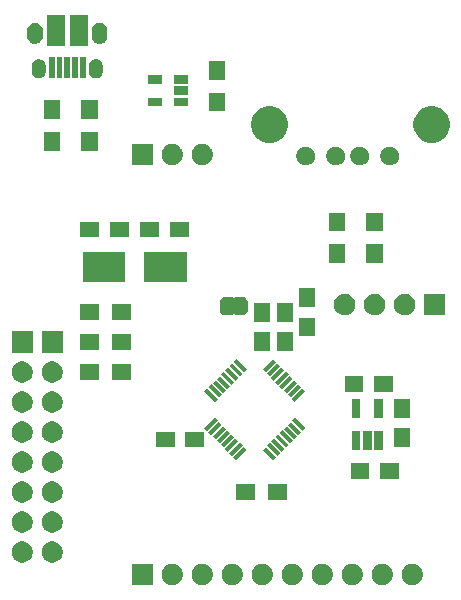
<source format=gts>
G04 #@! TF.GenerationSoftware,KiCad,Pcbnew,5.1.5*
G04 #@! TF.CreationDate,2020-02-24T18:37:19+03:00*
G04 #@! TF.ProjectId,max3421eboard,6d617833-3432-4316-9562-6f6172642e6b,rev?*
G04 #@! TF.SameCoordinates,PXf42400PY2bde780*
G04 #@! TF.FileFunction,Soldermask,Top*
G04 #@! TF.FilePolarity,Negative*
%FSLAX46Y46*%
G04 Gerber Fmt 4.6, Leading zero omitted, Abs format (unit mm)*
G04 Created by KiCad (PCBNEW 5.1.5) date 2020-02-24 18:37:19*
%MOMM*%
%LPD*%
G04 APERTURE LIST*
%ADD10C,0.100000*%
G04 APERTURE END LIST*
D10*
G36*
X21697000Y-25517000D02*
G01*
X20427000Y-25517000D01*
X20427000Y-24247000D01*
X21697000Y-24247000D01*
X21697000Y-25517000D01*
G37*
X21697000Y-25517000D02*
X20427000Y-25517000D01*
X20427000Y-24247000D01*
X21697000Y-24247000D01*
X21697000Y-25517000D01*
G36*
X14215000Y-48515000D02*
G01*
X12415000Y-48515000D01*
X12415000Y-46715000D01*
X14215000Y-46715000D01*
X14215000Y-48515000D01*
G37*
G36*
X33897523Y-46749586D02*
G01*
X34061308Y-46817429D01*
X34061310Y-46817430D01*
X34208717Y-46915924D01*
X34334076Y-47041283D01*
X34334078Y-47041286D01*
X34432571Y-47188692D01*
X34500414Y-47352477D01*
X34535000Y-47526358D01*
X34535000Y-47703642D01*
X34500414Y-47877523D01*
X34432571Y-48041308D01*
X34432570Y-48041310D01*
X34334076Y-48188717D01*
X34208717Y-48314076D01*
X34061310Y-48412570D01*
X34061309Y-48412571D01*
X34061308Y-48412571D01*
X33897523Y-48480414D01*
X33723642Y-48515000D01*
X33546358Y-48515000D01*
X33372477Y-48480414D01*
X33208692Y-48412571D01*
X33208691Y-48412571D01*
X33208690Y-48412570D01*
X33061283Y-48314076D01*
X32935924Y-48188717D01*
X32837430Y-48041310D01*
X32837429Y-48041308D01*
X32769586Y-47877523D01*
X32735000Y-47703642D01*
X32735000Y-47526358D01*
X32769586Y-47352477D01*
X32837429Y-47188692D01*
X32935922Y-47041286D01*
X32935924Y-47041283D01*
X33061283Y-46915924D01*
X33208690Y-46817430D01*
X33208692Y-46817429D01*
X33372477Y-46749586D01*
X33546358Y-46715000D01*
X33723642Y-46715000D01*
X33897523Y-46749586D01*
G37*
G36*
X36437523Y-46749586D02*
G01*
X36601308Y-46817429D01*
X36601310Y-46817430D01*
X36748717Y-46915924D01*
X36874076Y-47041283D01*
X36874078Y-47041286D01*
X36972571Y-47188692D01*
X37040414Y-47352477D01*
X37075000Y-47526358D01*
X37075000Y-47703642D01*
X37040414Y-47877523D01*
X36972571Y-48041308D01*
X36972570Y-48041310D01*
X36874076Y-48188717D01*
X36748717Y-48314076D01*
X36601310Y-48412570D01*
X36601309Y-48412571D01*
X36601308Y-48412571D01*
X36437523Y-48480414D01*
X36263642Y-48515000D01*
X36086358Y-48515000D01*
X35912477Y-48480414D01*
X35748692Y-48412571D01*
X35748691Y-48412571D01*
X35748690Y-48412570D01*
X35601283Y-48314076D01*
X35475924Y-48188717D01*
X35377430Y-48041310D01*
X35377429Y-48041308D01*
X35309586Y-47877523D01*
X35275000Y-47703642D01*
X35275000Y-47526358D01*
X35309586Y-47352477D01*
X35377429Y-47188692D01*
X35475922Y-47041286D01*
X35475924Y-47041283D01*
X35601283Y-46915924D01*
X35748690Y-46817430D01*
X35748692Y-46817429D01*
X35912477Y-46749586D01*
X36086358Y-46715000D01*
X36263642Y-46715000D01*
X36437523Y-46749586D01*
G37*
G36*
X31357523Y-46749586D02*
G01*
X31521308Y-46817429D01*
X31521310Y-46817430D01*
X31668717Y-46915924D01*
X31794076Y-47041283D01*
X31794078Y-47041286D01*
X31892571Y-47188692D01*
X31960414Y-47352477D01*
X31995000Y-47526358D01*
X31995000Y-47703642D01*
X31960414Y-47877523D01*
X31892571Y-48041308D01*
X31892570Y-48041310D01*
X31794076Y-48188717D01*
X31668717Y-48314076D01*
X31521310Y-48412570D01*
X31521309Y-48412571D01*
X31521308Y-48412571D01*
X31357523Y-48480414D01*
X31183642Y-48515000D01*
X31006358Y-48515000D01*
X30832477Y-48480414D01*
X30668692Y-48412571D01*
X30668691Y-48412571D01*
X30668690Y-48412570D01*
X30521283Y-48314076D01*
X30395924Y-48188717D01*
X30297430Y-48041310D01*
X30297429Y-48041308D01*
X30229586Y-47877523D01*
X30195000Y-47703642D01*
X30195000Y-47526358D01*
X30229586Y-47352477D01*
X30297429Y-47188692D01*
X30395922Y-47041286D01*
X30395924Y-47041283D01*
X30521283Y-46915924D01*
X30668690Y-46817430D01*
X30668692Y-46817429D01*
X30832477Y-46749586D01*
X31006358Y-46715000D01*
X31183642Y-46715000D01*
X31357523Y-46749586D01*
G37*
G36*
X28817523Y-46749586D02*
G01*
X28981308Y-46817429D01*
X28981310Y-46817430D01*
X29128717Y-46915924D01*
X29254076Y-47041283D01*
X29254078Y-47041286D01*
X29352571Y-47188692D01*
X29420414Y-47352477D01*
X29455000Y-47526358D01*
X29455000Y-47703642D01*
X29420414Y-47877523D01*
X29352571Y-48041308D01*
X29352570Y-48041310D01*
X29254076Y-48188717D01*
X29128717Y-48314076D01*
X28981310Y-48412570D01*
X28981309Y-48412571D01*
X28981308Y-48412571D01*
X28817523Y-48480414D01*
X28643642Y-48515000D01*
X28466358Y-48515000D01*
X28292477Y-48480414D01*
X28128692Y-48412571D01*
X28128691Y-48412571D01*
X28128690Y-48412570D01*
X27981283Y-48314076D01*
X27855924Y-48188717D01*
X27757430Y-48041310D01*
X27757429Y-48041308D01*
X27689586Y-47877523D01*
X27655000Y-47703642D01*
X27655000Y-47526358D01*
X27689586Y-47352477D01*
X27757429Y-47188692D01*
X27855922Y-47041286D01*
X27855924Y-47041283D01*
X27981283Y-46915924D01*
X28128690Y-46817430D01*
X28128692Y-46817429D01*
X28292477Y-46749586D01*
X28466358Y-46715000D01*
X28643642Y-46715000D01*
X28817523Y-46749586D01*
G37*
G36*
X26277523Y-46749586D02*
G01*
X26441308Y-46817429D01*
X26441310Y-46817430D01*
X26588717Y-46915924D01*
X26714076Y-47041283D01*
X26714078Y-47041286D01*
X26812571Y-47188692D01*
X26880414Y-47352477D01*
X26915000Y-47526358D01*
X26915000Y-47703642D01*
X26880414Y-47877523D01*
X26812571Y-48041308D01*
X26812570Y-48041310D01*
X26714076Y-48188717D01*
X26588717Y-48314076D01*
X26441310Y-48412570D01*
X26441309Y-48412571D01*
X26441308Y-48412571D01*
X26277523Y-48480414D01*
X26103642Y-48515000D01*
X25926358Y-48515000D01*
X25752477Y-48480414D01*
X25588692Y-48412571D01*
X25588691Y-48412571D01*
X25588690Y-48412570D01*
X25441283Y-48314076D01*
X25315924Y-48188717D01*
X25217430Y-48041310D01*
X25217429Y-48041308D01*
X25149586Y-47877523D01*
X25115000Y-47703642D01*
X25115000Y-47526358D01*
X25149586Y-47352477D01*
X25217429Y-47188692D01*
X25315922Y-47041286D01*
X25315924Y-47041283D01*
X25441283Y-46915924D01*
X25588690Y-46817430D01*
X25588692Y-46817429D01*
X25752477Y-46749586D01*
X25926358Y-46715000D01*
X26103642Y-46715000D01*
X26277523Y-46749586D01*
G37*
G36*
X21197523Y-46749586D02*
G01*
X21361308Y-46817429D01*
X21361310Y-46817430D01*
X21508717Y-46915924D01*
X21634076Y-47041283D01*
X21634078Y-47041286D01*
X21732571Y-47188692D01*
X21800414Y-47352477D01*
X21835000Y-47526358D01*
X21835000Y-47703642D01*
X21800414Y-47877523D01*
X21732571Y-48041308D01*
X21732570Y-48041310D01*
X21634076Y-48188717D01*
X21508717Y-48314076D01*
X21361310Y-48412570D01*
X21361309Y-48412571D01*
X21361308Y-48412571D01*
X21197523Y-48480414D01*
X21023642Y-48515000D01*
X20846358Y-48515000D01*
X20672477Y-48480414D01*
X20508692Y-48412571D01*
X20508691Y-48412571D01*
X20508690Y-48412570D01*
X20361283Y-48314076D01*
X20235924Y-48188717D01*
X20137430Y-48041310D01*
X20137429Y-48041308D01*
X20069586Y-47877523D01*
X20035000Y-47703642D01*
X20035000Y-47526358D01*
X20069586Y-47352477D01*
X20137429Y-47188692D01*
X20235922Y-47041286D01*
X20235924Y-47041283D01*
X20361283Y-46915924D01*
X20508690Y-46817430D01*
X20508692Y-46817429D01*
X20672477Y-46749586D01*
X20846358Y-46715000D01*
X21023642Y-46715000D01*
X21197523Y-46749586D01*
G37*
G36*
X23737523Y-46749586D02*
G01*
X23901308Y-46817429D01*
X23901310Y-46817430D01*
X24048717Y-46915924D01*
X24174076Y-47041283D01*
X24174078Y-47041286D01*
X24272571Y-47188692D01*
X24340414Y-47352477D01*
X24375000Y-47526358D01*
X24375000Y-47703642D01*
X24340414Y-47877523D01*
X24272571Y-48041308D01*
X24272570Y-48041310D01*
X24174076Y-48188717D01*
X24048717Y-48314076D01*
X23901310Y-48412570D01*
X23901309Y-48412571D01*
X23901308Y-48412571D01*
X23737523Y-48480414D01*
X23563642Y-48515000D01*
X23386358Y-48515000D01*
X23212477Y-48480414D01*
X23048692Y-48412571D01*
X23048691Y-48412571D01*
X23048690Y-48412570D01*
X22901283Y-48314076D01*
X22775924Y-48188717D01*
X22677430Y-48041310D01*
X22677429Y-48041308D01*
X22609586Y-47877523D01*
X22575000Y-47703642D01*
X22575000Y-47526358D01*
X22609586Y-47352477D01*
X22677429Y-47188692D01*
X22775922Y-47041286D01*
X22775924Y-47041283D01*
X22901283Y-46915924D01*
X23048690Y-46817430D01*
X23048692Y-46817429D01*
X23212477Y-46749586D01*
X23386358Y-46715000D01*
X23563642Y-46715000D01*
X23737523Y-46749586D01*
G37*
G36*
X16117523Y-46749586D02*
G01*
X16281308Y-46817429D01*
X16281310Y-46817430D01*
X16428717Y-46915924D01*
X16554076Y-47041283D01*
X16554078Y-47041286D01*
X16652571Y-47188692D01*
X16720414Y-47352477D01*
X16755000Y-47526358D01*
X16755000Y-47703642D01*
X16720414Y-47877523D01*
X16652571Y-48041308D01*
X16652570Y-48041310D01*
X16554076Y-48188717D01*
X16428717Y-48314076D01*
X16281310Y-48412570D01*
X16281309Y-48412571D01*
X16281308Y-48412571D01*
X16117523Y-48480414D01*
X15943642Y-48515000D01*
X15766358Y-48515000D01*
X15592477Y-48480414D01*
X15428692Y-48412571D01*
X15428691Y-48412571D01*
X15428690Y-48412570D01*
X15281283Y-48314076D01*
X15155924Y-48188717D01*
X15057430Y-48041310D01*
X15057429Y-48041308D01*
X14989586Y-47877523D01*
X14955000Y-47703642D01*
X14955000Y-47526358D01*
X14989586Y-47352477D01*
X15057429Y-47188692D01*
X15155922Y-47041286D01*
X15155924Y-47041283D01*
X15281283Y-46915924D01*
X15428690Y-46817430D01*
X15428692Y-46817429D01*
X15592477Y-46749586D01*
X15766358Y-46715000D01*
X15943642Y-46715000D01*
X16117523Y-46749586D01*
G37*
G36*
X18657523Y-46749586D02*
G01*
X18821308Y-46817429D01*
X18821310Y-46817430D01*
X18968717Y-46915924D01*
X19094076Y-47041283D01*
X19094078Y-47041286D01*
X19192571Y-47188692D01*
X19260414Y-47352477D01*
X19295000Y-47526358D01*
X19295000Y-47703642D01*
X19260414Y-47877523D01*
X19192571Y-48041308D01*
X19192570Y-48041310D01*
X19094076Y-48188717D01*
X18968717Y-48314076D01*
X18821310Y-48412570D01*
X18821309Y-48412571D01*
X18821308Y-48412571D01*
X18657523Y-48480414D01*
X18483642Y-48515000D01*
X18306358Y-48515000D01*
X18132477Y-48480414D01*
X17968692Y-48412571D01*
X17968691Y-48412571D01*
X17968690Y-48412570D01*
X17821283Y-48314076D01*
X17695924Y-48188717D01*
X17597430Y-48041310D01*
X17597429Y-48041308D01*
X17529586Y-47877523D01*
X17495000Y-47703642D01*
X17495000Y-47526358D01*
X17529586Y-47352477D01*
X17597429Y-47188692D01*
X17695922Y-47041286D01*
X17695924Y-47041283D01*
X17821283Y-46915924D01*
X17968690Y-46817430D01*
X17968692Y-46817429D01*
X18132477Y-46749586D01*
X18306358Y-46715000D01*
X18483642Y-46715000D01*
X18657523Y-46749586D01*
G37*
G36*
X3417523Y-44844586D02*
G01*
X3581308Y-44912429D01*
X3581310Y-44912430D01*
X3728717Y-45010924D01*
X3854076Y-45136283D01*
X3854078Y-45136286D01*
X3952571Y-45283692D01*
X4020414Y-45447477D01*
X4055000Y-45621358D01*
X4055000Y-45798642D01*
X4020414Y-45972523D01*
X3952571Y-46136308D01*
X3952570Y-46136310D01*
X3854076Y-46283717D01*
X3728717Y-46409076D01*
X3581310Y-46507570D01*
X3581309Y-46507571D01*
X3581308Y-46507571D01*
X3417523Y-46575414D01*
X3243642Y-46610000D01*
X3066358Y-46610000D01*
X2892477Y-46575414D01*
X2728692Y-46507571D01*
X2728691Y-46507571D01*
X2728690Y-46507570D01*
X2581283Y-46409076D01*
X2455924Y-46283717D01*
X2357430Y-46136310D01*
X2357429Y-46136308D01*
X2289586Y-45972523D01*
X2255000Y-45798642D01*
X2255000Y-45621358D01*
X2289586Y-45447477D01*
X2357429Y-45283692D01*
X2455922Y-45136286D01*
X2455924Y-45136283D01*
X2581283Y-45010924D01*
X2728690Y-44912430D01*
X2728692Y-44912429D01*
X2892477Y-44844586D01*
X3066358Y-44810000D01*
X3243642Y-44810000D01*
X3417523Y-44844586D01*
G37*
G36*
X5957523Y-44844586D02*
G01*
X6121308Y-44912429D01*
X6121310Y-44912430D01*
X6268717Y-45010924D01*
X6394076Y-45136283D01*
X6394078Y-45136286D01*
X6492571Y-45283692D01*
X6560414Y-45447477D01*
X6595000Y-45621358D01*
X6595000Y-45798642D01*
X6560414Y-45972523D01*
X6492571Y-46136308D01*
X6492570Y-46136310D01*
X6394076Y-46283717D01*
X6268717Y-46409076D01*
X6121310Y-46507570D01*
X6121309Y-46507571D01*
X6121308Y-46507571D01*
X5957523Y-46575414D01*
X5783642Y-46610000D01*
X5606358Y-46610000D01*
X5432477Y-46575414D01*
X5268692Y-46507571D01*
X5268691Y-46507571D01*
X5268690Y-46507570D01*
X5121283Y-46409076D01*
X4995924Y-46283717D01*
X4897430Y-46136310D01*
X4897429Y-46136308D01*
X4829586Y-45972523D01*
X4795000Y-45798642D01*
X4795000Y-45621358D01*
X4829586Y-45447477D01*
X4897429Y-45283692D01*
X4995922Y-45136286D01*
X4995924Y-45136283D01*
X5121283Y-45010924D01*
X5268690Y-44912430D01*
X5268692Y-44912429D01*
X5432477Y-44844586D01*
X5606358Y-44810000D01*
X5783642Y-44810000D01*
X5957523Y-44844586D01*
G37*
G36*
X3417523Y-42304586D02*
G01*
X3581308Y-42372429D01*
X3581310Y-42372430D01*
X3728717Y-42470924D01*
X3854076Y-42596283D01*
X3854078Y-42596286D01*
X3952571Y-42743692D01*
X4020414Y-42907477D01*
X4055000Y-43081358D01*
X4055000Y-43258642D01*
X4020414Y-43432523D01*
X3952571Y-43596308D01*
X3952570Y-43596310D01*
X3854076Y-43743717D01*
X3728717Y-43869076D01*
X3581310Y-43967570D01*
X3581309Y-43967571D01*
X3581308Y-43967571D01*
X3417523Y-44035414D01*
X3243642Y-44070000D01*
X3066358Y-44070000D01*
X2892477Y-44035414D01*
X2728692Y-43967571D01*
X2728691Y-43967571D01*
X2728690Y-43967570D01*
X2581283Y-43869076D01*
X2455924Y-43743717D01*
X2357430Y-43596310D01*
X2357429Y-43596308D01*
X2289586Y-43432523D01*
X2255000Y-43258642D01*
X2255000Y-43081358D01*
X2289586Y-42907477D01*
X2357429Y-42743692D01*
X2455922Y-42596286D01*
X2455924Y-42596283D01*
X2581283Y-42470924D01*
X2728690Y-42372430D01*
X2728692Y-42372429D01*
X2892477Y-42304586D01*
X3066358Y-42270000D01*
X3243642Y-42270000D01*
X3417523Y-42304586D01*
G37*
G36*
X5957523Y-42304586D02*
G01*
X6121308Y-42372429D01*
X6121310Y-42372430D01*
X6268717Y-42470924D01*
X6394076Y-42596283D01*
X6394078Y-42596286D01*
X6492571Y-42743692D01*
X6560414Y-42907477D01*
X6595000Y-43081358D01*
X6595000Y-43258642D01*
X6560414Y-43432523D01*
X6492571Y-43596308D01*
X6492570Y-43596310D01*
X6394076Y-43743717D01*
X6268717Y-43869076D01*
X6121310Y-43967570D01*
X6121309Y-43967571D01*
X6121308Y-43967571D01*
X5957523Y-44035414D01*
X5783642Y-44070000D01*
X5606358Y-44070000D01*
X5432477Y-44035414D01*
X5268692Y-43967571D01*
X5268691Y-43967571D01*
X5268690Y-43967570D01*
X5121283Y-43869076D01*
X4995924Y-43743717D01*
X4897430Y-43596310D01*
X4897429Y-43596308D01*
X4829586Y-43432523D01*
X4795000Y-43258642D01*
X4795000Y-43081358D01*
X4829586Y-42907477D01*
X4897429Y-42743692D01*
X4995922Y-42596286D01*
X4995924Y-42596283D01*
X5121283Y-42470924D01*
X5268690Y-42372430D01*
X5268692Y-42372429D01*
X5432477Y-42304586D01*
X5606358Y-42270000D01*
X5783642Y-42270000D01*
X5957523Y-42304586D01*
G37*
G36*
X5957523Y-39764586D02*
G01*
X6121308Y-39832429D01*
X6121310Y-39832430D01*
X6268717Y-39930924D01*
X6394076Y-40056283D01*
X6394078Y-40056286D01*
X6492571Y-40203692D01*
X6560414Y-40367477D01*
X6595000Y-40541358D01*
X6595000Y-40718642D01*
X6560414Y-40892523D01*
X6492571Y-41056308D01*
X6492570Y-41056310D01*
X6394076Y-41203717D01*
X6268717Y-41329076D01*
X6121310Y-41427570D01*
X6121309Y-41427571D01*
X6121308Y-41427571D01*
X5957523Y-41495414D01*
X5783642Y-41530000D01*
X5606358Y-41530000D01*
X5432477Y-41495414D01*
X5268692Y-41427571D01*
X5268691Y-41427571D01*
X5268690Y-41427570D01*
X5121283Y-41329076D01*
X4995924Y-41203717D01*
X4897430Y-41056310D01*
X4897429Y-41056308D01*
X4829586Y-40892523D01*
X4795000Y-40718642D01*
X4795000Y-40541358D01*
X4829586Y-40367477D01*
X4897429Y-40203692D01*
X4995922Y-40056286D01*
X4995924Y-40056283D01*
X5121283Y-39930924D01*
X5268690Y-39832430D01*
X5268692Y-39832429D01*
X5432477Y-39764586D01*
X5606358Y-39730000D01*
X5783642Y-39730000D01*
X5957523Y-39764586D01*
G37*
G36*
X3417523Y-39764586D02*
G01*
X3581308Y-39832429D01*
X3581310Y-39832430D01*
X3728717Y-39930924D01*
X3854076Y-40056283D01*
X3854078Y-40056286D01*
X3952571Y-40203692D01*
X4020414Y-40367477D01*
X4055000Y-40541358D01*
X4055000Y-40718642D01*
X4020414Y-40892523D01*
X3952571Y-41056308D01*
X3952570Y-41056310D01*
X3854076Y-41203717D01*
X3728717Y-41329076D01*
X3581310Y-41427570D01*
X3581309Y-41427571D01*
X3581308Y-41427571D01*
X3417523Y-41495414D01*
X3243642Y-41530000D01*
X3066358Y-41530000D01*
X2892477Y-41495414D01*
X2728692Y-41427571D01*
X2728691Y-41427571D01*
X2728690Y-41427570D01*
X2581283Y-41329076D01*
X2455924Y-41203717D01*
X2357430Y-41056310D01*
X2357429Y-41056308D01*
X2289586Y-40892523D01*
X2255000Y-40718642D01*
X2255000Y-40541358D01*
X2289586Y-40367477D01*
X2357429Y-40203692D01*
X2455922Y-40056286D01*
X2455924Y-40056283D01*
X2581283Y-39930924D01*
X2728690Y-39832430D01*
X2728692Y-39832429D01*
X2892477Y-39764586D01*
X3066358Y-39730000D01*
X3243642Y-39730000D01*
X3417523Y-39764586D01*
G37*
G36*
X25545000Y-41330000D02*
G01*
X23945000Y-41330000D01*
X23945000Y-39930000D01*
X25545000Y-39930000D01*
X25545000Y-41330000D01*
G37*
G36*
X22845000Y-41330000D02*
G01*
X21245000Y-41330000D01*
X21245000Y-39930000D01*
X22845000Y-39930000D01*
X22845000Y-41330000D01*
G37*
G36*
X35050000Y-39527000D02*
G01*
X33450000Y-39527000D01*
X33450000Y-38177000D01*
X35050000Y-38177000D01*
X35050000Y-39527000D01*
G37*
G36*
X32550000Y-39527000D02*
G01*
X30950000Y-39527000D01*
X30950000Y-38177000D01*
X32550000Y-38177000D01*
X32550000Y-39527000D01*
G37*
G36*
X3417523Y-37224586D02*
G01*
X3581308Y-37292429D01*
X3581310Y-37292430D01*
X3728717Y-37390924D01*
X3854076Y-37516283D01*
X3854078Y-37516286D01*
X3952571Y-37663692D01*
X4020414Y-37827477D01*
X4055000Y-38001358D01*
X4055000Y-38178642D01*
X4020414Y-38352523D01*
X3952571Y-38516308D01*
X3952570Y-38516310D01*
X3854076Y-38663717D01*
X3728717Y-38789076D01*
X3581310Y-38887570D01*
X3581309Y-38887571D01*
X3581308Y-38887571D01*
X3417523Y-38955414D01*
X3243642Y-38990000D01*
X3066358Y-38990000D01*
X2892477Y-38955414D01*
X2728692Y-38887571D01*
X2728691Y-38887571D01*
X2728690Y-38887570D01*
X2581283Y-38789076D01*
X2455924Y-38663717D01*
X2357430Y-38516310D01*
X2357429Y-38516308D01*
X2289586Y-38352523D01*
X2255000Y-38178642D01*
X2255000Y-38001358D01*
X2289586Y-37827477D01*
X2357429Y-37663692D01*
X2455922Y-37516286D01*
X2455924Y-37516283D01*
X2581283Y-37390924D01*
X2728690Y-37292430D01*
X2728692Y-37292429D01*
X2892477Y-37224586D01*
X3066358Y-37190000D01*
X3243642Y-37190000D01*
X3417523Y-37224586D01*
G37*
G36*
X5957523Y-37224586D02*
G01*
X6121308Y-37292429D01*
X6121310Y-37292430D01*
X6268717Y-37390924D01*
X6394076Y-37516283D01*
X6394078Y-37516286D01*
X6492571Y-37663692D01*
X6560414Y-37827477D01*
X6595000Y-38001358D01*
X6595000Y-38178642D01*
X6560414Y-38352523D01*
X6492571Y-38516308D01*
X6492570Y-38516310D01*
X6394076Y-38663717D01*
X6268717Y-38789076D01*
X6121310Y-38887570D01*
X6121309Y-38887571D01*
X6121308Y-38887571D01*
X5957523Y-38955414D01*
X5783642Y-38990000D01*
X5606358Y-38990000D01*
X5432477Y-38955414D01*
X5268692Y-38887571D01*
X5268691Y-38887571D01*
X5268690Y-38887570D01*
X5121283Y-38789076D01*
X4995924Y-38663717D01*
X4897430Y-38516310D01*
X4897429Y-38516308D01*
X4829586Y-38352523D01*
X4795000Y-38178642D01*
X4795000Y-38001358D01*
X4829586Y-37827477D01*
X4897429Y-37663692D01*
X4995922Y-37516286D01*
X4995924Y-37516283D01*
X5121283Y-37390924D01*
X5268690Y-37292430D01*
X5268692Y-37292429D01*
X5432477Y-37224586D01*
X5606358Y-37190000D01*
X5783642Y-37190000D01*
X5957523Y-37224586D01*
G37*
G36*
X24642062Y-37671620D02*
G01*
X24391746Y-37921936D01*
X23512812Y-37043002D01*
X23763128Y-36792686D01*
X24642062Y-37671620D01*
G37*
G36*
X22167188Y-37043002D02*
G01*
X21288254Y-37921936D01*
X21037938Y-37671620D01*
X21916872Y-36792686D01*
X22167188Y-37043002D01*
G37*
G36*
X24995615Y-37318066D02*
G01*
X24745299Y-37568382D01*
X23866365Y-36689448D01*
X24116681Y-36439132D01*
X24995615Y-37318066D01*
G37*
G36*
X21813635Y-36689448D02*
G01*
X20934701Y-37568382D01*
X20684385Y-37318066D01*
X21563319Y-36439132D01*
X21813635Y-36689448D01*
G37*
G36*
X21460081Y-36335895D02*
G01*
X20581147Y-37214829D01*
X20330831Y-36964513D01*
X21209765Y-36085579D01*
X21460081Y-36335895D01*
G37*
G36*
X25349169Y-36964513D02*
G01*
X25098853Y-37214829D01*
X24219919Y-36335895D01*
X24470235Y-36085579D01*
X25349169Y-36964513D01*
G37*
G36*
X33690000Y-37095000D02*
G01*
X32940000Y-37095000D01*
X32940000Y-35435000D01*
X33690000Y-35435000D01*
X33690000Y-37095000D01*
G37*
G36*
X32740000Y-37095000D02*
G01*
X31990000Y-37095000D01*
X31990000Y-35435000D01*
X32740000Y-35435000D01*
X32740000Y-37095000D01*
G37*
G36*
X31790000Y-37095000D02*
G01*
X31040000Y-37095000D01*
X31040000Y-35435000D01*
X31790000Y-35435000D01*
X31790000Y-37095000D01*
G37*
G36*
X21106528Y-35982341D02*
G01*
X20227594Y-36861275D01*
X19977278Y-36610959D01*
X20856212Y-35732025D01*
X21106528Y-35982341D01*
G37*
G36*
X25702722Y-36610959D02*
G01*
X25452406Y-36861275D01*
X24573472Y-35982341D01*
X24823788Y-35732025D01*
X25702722Y-36610959D01*
G37*
G36*
X18560000Y-36860000D02*
G01*
X16960000Y-36860000D01*
X16960000Y-35510000D01*
X18560000Y-35510000D01*
X18560000Y-36860000D01*
G37*
G36*
X16060000Y-36860000D02*
G01*
X14460000Y-36860000D01*
X14460000Y-35510000D01*
X16060000Y-35510000D01*
X16060000Y-36860000D01*
G37*
G36*
X35961000Y-36838000D02*
G01*
X34611000Y-36838000D01*
X34611000Y-35238000D01*
X35961000Y-35238000D01*
X35961000Y-36838000D01*
G37*
G36*
X26056275Y-36257406D02*
G01*
X25805959Y-36507722D01*
X24927025Y-35628788D01*
X25177341Y-35378472D01*
X26056275Y-36257406D01*
G37*
G36*
X20752975Y-35628788D02*
G01*
X19874041Y-36507722D01*
X19623725Y-36257406D01*
X20502659Y-35378472D01*
X20752975Y-35628788D01*
G37*
G36*
X3417523Y-34684586D02*
G01*
X3581308Y-34752429D01*
X3581310Y-34752430D01*
X3728717Y-34850924D01*
X3854076Y-34976283D01*
X3854078Y-34976286D01*
X3952571Y-35123692D01*
X4020414Y-35287477D01*
X4055000Y-35461358D01*
X4055000Y-35638642D01*
X4020414Y-35812523D01*
X3982583Y-35903853D01*
X3952570Y-35976310D01*
X3854076Y-36123717D01*
X3728717Y-36249076D01*
X3581310Y-36347570D01*
X3581309Y-36347571D01*
X3581308Y-36347571D01*
X3417523Y-36415414D01*
X3243642Y-36450000D01*
X3066358Y-36450000D01*
X2892477Y-36415414D01*
X2728692Y-36347571D01*
X2728691Y-36347571D01*
X2728690Y-36347570D01*
X2581283Y-36249076D01*
X2455924Y-36123717D01*
X2357430Y-35976310D01*
X2327417Y-35903853D01*
X2289586Y-35812523D01*
X2255000Y-35638642D01*
X2255000Y-35461358D01*
X2289586Y-35287477D01*
X2357429Y-35123692D01*
X2455922Y-34976286D01*
X2455924Y-34976283D01*
X2581283Y-34850924D01*
X2728690Y-34752430D01*
X2728692Y-34752429D01*
X2892477Y-34684586D01*
X3066358Y-34650000D01*
X3243642Y-34650000D01*
X3417523Y-34684586D01*
G37*
G36*
X5957523Y-34684586D02*
G01*
X6121308Y-34752429D01*
X6121310Y-34752430D01*
X6268717Y-34850924D01*
X6394076Y-34976283D01*
X6394078Y-34976286D01*
X6492571Y-35123692D01*
X6560414Y-35287477D01*
X6595000Y-35461358D01*
X6595000Y-35638642D01*
X6560414Y-35812523D01*
X6522583Y-35903853D01*
X6492570Y-35976310D01*
X6394076Y-36123717D01*
X6268717Y-36249076D01*
X6121310Y-36347570D01*
X6121309Y-36347571D01*
X6121308Y-36347571D01*
X5957523Y-36415414D01*
X5783642Y-36450000D01*
X5606358Y-36450000D01*
X5432477Y-36415414D01*
X5268692Y-36347571D01*
X5268691Y-36347571D01*
X5268690Y-36347570D01*
X5121283Y-36249076D01*
X4995924Y-36123717D01*
X4897430Y-35976310D01*
X4867417Y-35903853D01*
X4829586Y-35812523D01*
X4795000Y-35638642D01*
X4795000Y-35461358D01*
X4829586Y-35287477D01*
X4897429Y-35123692D01*
X4995922Y-34976286D01*
X4995924Y-34976283D01*
X5121283Y-34850924D01*
X5268690Y-34752430D01*
X5268692Y-34752429D01*
X5432477Y-34684586D01*
X5606358Y-34650000D01*
X5783642Y-34650000D01*
X5957523Y-34684586D01*
G37*
G36*
X20399421Y-35275235D02*
G01*
X19520487Y-36154169D01*
X19270171Y-35903853D01*
X20149105Y-35024919D01*
X20399421Y-35275235D01*
G37*
G36*
X26409829Y-35903853D02*
G01*
X26159513Y-36154169D01*
X25280579Y-35275235D01*
X25530895Y-35024919D01*
X26409829Y-35903853D01*
G37*
G36*
X26763382Y-35550299D02*
G01*
X26513066Y-35800615D01*
X25634132Y-34921681D01*
X25884448Y-34671365D01*
X26763382Y-35550299D01*
G37*
G36*
X20045868Y-34921681D02*
G01*
X19166934Y-35800615D01*
X18916618Y-35550299D01*
X19795552Y-34671365D01*
X20045868Y-34921681D01*
G37*
G36*
X19692314Y-34568128D02*
G01*
X18813380Y-35447062D01*
X18563064Y-35196746D01*
X19441998Y-34317812D01*
X19692314Y-34568128D01*
G37*
G36*
X27116936Y-35196746D02*
G01*
X26866620Y-35447062D01*
X25987686Y-34568128D01*
X26238002Y-34317812D01*
X27116936Y-35196746D01*
G37*
G36*
X33690000Y-34395000D02*
G01*
X32940000Y-34395000D01*
X32940000Y-32735000D01*
X33690000Y-32735000D01*
X33690000Y-34395000D01*
G37*
G36*
X31790000Y-34395000D02*
G01*
X31040000Y-34395000D01*
X31040000Y-32735000D01*
X31790000Y-32735000D01*
X31790000Y-34395000D01*
G37*
G36*
X35961000Y-34338000D02*
G01*
X34611000Y-34338000D01*
X34611000Y-32738000D01*
X35961000Y-32738000D01*
X35961000Y-34338000D01*
G37*
G36*
X5957523Y-32144586D02*
G01*
X6121308Y-32212429D01*
X6121310Y-32212430D01*
X6268717Y-32310924D01*
X6394076Y-32436283D01*
X6394078Y-32436286D01*
X6492571Y-32583692D01*
X6560414Y-32747477D01*
X6595000Y-32921358D01*
X6595000Y-33098642D01*
X6560414Y-33272523D01*
X6492571Y-33436308D01*
X6492570Y-33436310D01*
X6394076Y-33583717D01*
X6268717Y-33709076D01*
X6121310Y-33807570D01*
X6121309Y-33807571D01*
X6121308Y-33807571D01*
X5957523Y-33875414D01*
X5783642Y-33910000D01*
X5606358Y-33910000D01*
X5432477Y-33875414D01*
X5268692Y-33807571D01*
X5268691Y-33807571D01*
X5268690Y-33807570D01*
X5121283Y-33709076D01*
X4995924Y-33583717D01*
X4897430Y-33436310D01*
X4897429Y-33436308D01*
X4829586Y-33272523D01*
X4795000Y-33098642D01*
X4795000Y-32921358D01*
X4829586Y-32747477D01*
X4897429Y-32583692D01*
X4995922Y-32436286D01*
X4995924Y-32436283D01*
X5121283Y-32310924D01*
X5268690Y-32212430D01*
X5268692Y-32212429D01*
X5432477Y-32144586D01*
X5606358Y-32110000D01*
X5783642Y-32110000D01*
X5957523Y-32144586D01*
G37*
G36*
X3417523Y-32144586D02*
G01*
X3581308Y-32212429D01*
X3581310Y-32212430D01*
X3728717Y-32310924D01*
X3854076Y-32436283D01*
X3854078Y-32436286D01*
X3952571Y-32583692D01*
X4020414Y-32747477D01*
X4055000Y-32921358D01*
X4055000Y-33098642D01*
X4020414Y-33272523D01*
X3952571Y-33436308D01*
X3952570Y-33436310D01*
X3854076Y-33583717D01*
X3728717Y-33709076D01*
X3581310Y-33807570D01*
X3581309Y-33807571D01*
X3581308Y-33807571D01*
X3417523Y-33875414D01*
X3243642Y-33910000D01*
X3066358Y-33910000D01*
X2892477Y-33875414D01*
X2728692Y-33807571D01*
X2728691Y-33807571D01*
X2728690Y-33807570D01*
X2581283Y-33709076D01*
X2455924Y-33583717D01*
X2357430Y-33436310D01*
X2357429Y-33436308D01*
X2289586Y-33272523D01*
X2255000Y-33098642D01*
X2255000Y-32921358D01*
X2289586Y-32747477D01*
X2357429Y-32583692D01*
X2455922Y-32436286D01*
X2455924Y-32436283D01*
X2581283Y-32310924D01*
X2728690Y-32212430D01*
X2728692Y-32212429D01*
X2892477Y-32144586D01*
X3066358Y-32110000D01*
X3243642Y-32110000D01*
X3417523Y-32144586D01*
G37*
G36*
X27116936Y-32093254D02*
G01*
X26238002Y-32972188D01*
X25987686Y-32721872D01*
X26866620Y-31842938D01*
X27116936Y-32093254D01*
G37*
G36*
X19692314Y-32721872D02*
G01*
X19441998Y-32972188D01*
X18563064Y-32093254D01*
X18813380Y-31842938D01*
X19692314Y-32721872D01*
G37*
G36*
X26763382Y-31739701D02*
G01*
X25884448Y-32618635D01*
X25634132Y-32368319D01*
X26513066Y-31489385D01*
X26763382Y-31739701D01*
G37*
G36*
X20045868Y-32368319D02*
G01*
X19795552Y-32618635D01*
X18916618Y-31739701D01*
X19166934Y-31489385D01*
X20045868Y-32368319D01*
G37*
G36*
X20399421Y-32014765D02*
G01*
X20149105Y-32265081D01*
X19270171Y-31386147D01*
X19520487Y-31135831D01*
X20399421Y-32014765D01*
G37*
G36*
X26409829Y-31386147D02*
G01*
X25530895Y-32265081D01*
X25280579Y-32014765D01*
X26159513Y-31135831D01*
X26409829Y-31386147D01*
G37*
G36*
X32042000Y-32161000D02*
G01*
X30442000Y-32161000D01*
X30442000Y-30811000D01*
X32042000Y-30811000D01*
X32042000Y-32161000D01*
G37*
G36*
X34542000Y-32161000D02*
G01*
X32942000Y-32161000D01*
X32942000Y-30811000D01*
X34542000Y-30811000D01*
X34542000Y-32161000D01*
G37*
G36*
X26056275Y-31032594D02*
G01*
X25177341Y-31911528D01*
X24927025Y-31661212D01*
X25805959Y-30782278D01*
X26056275Y-31032594D01*
G37*
G36*
X20752975Y-31661212D02*
G01*
X20502659Y-31911528D01*
X19623725Y-31032594D01*
X19874041Y-30782278D01*
X20752975Y-31661212D01*
G37*
G36*
X21106528Y-31307659D02*
G01*
X20856212Y-31557975D01*
X19977278Y-30679041D01*
X20227594Y-30428725D01*
X21106528Y-31307659D01*
G37*
G36*
X25702722Y-30679041D02*
G01*
X24823788Y-31557975D01*
X24573472Y-31307659D01*
X25452406Y-30428725D01*
X25702722Y-30679041D01*
G37*
G36*
X5957523Y-29604586D02*
G01*
X6121308Y-29672429D01*
X6121310Y-29672430D01*
X6268717Y-29770924D01*
X6394076Y-29896283D01*
X6394078Y-29896286D01*
X6492571Y-30043692D01*
X6560414Y-30207477D01*
X6595000Y-30381358D01*
X6595000Y-30558642D01*
X6560414Y-30732523D01*
X6511393Y-30850868D01*
X6492570Y-30896310D01*
X6394076Y-31043717D01*
X6268717Y-31169076D01*
X6121310Y-31267570D01*
X6121309Y-31267571D01*
X6121308Y-31267571D01*
X5957523Y-31335414D01*
X5783642Y-31370000D01*
X5606358Y-31370000D01*
X5432477Y-31335414D01*
X5268692Y-31267571D01*
X5268691Y-31267571D01*
X5268690Y-31267570D01*
X5121283Y-31169076D01*
X4995924Y-31043717D01*
X4897430Y-30896310D01*
X4878607Y-30850868D01*
X4829586Y-30732523D01*
X4795000Y-30558642D01*
X4795000Y-30381358D01*
X4829586Y-30207477D01*
X4897429Y-30043692D01*
X4995922Y-29896286D01*
X4995924Y-29896283D01*
X5121283Y-29770924D01*
X5268690Y-29672430D01*
X5268692Y-29672429D01*
X5432477Y-29604586D01*
X5606358Y-29570000D01*
X5783642Y-29570000D01*
X5957523Y-29604586D01*
G37*
G36*
X3417523Y-29604586D02*
G01*
X3581308Y-29672429D01*
X3581310Y-29672430D01*
X3728717Y-29770924D01*
X3854076Y-29896283D01*
X3854078Y-29896286D01*
X3952571Y-30043692D01*
X4020414Y-30207477D01*
X4055000Y-30381358D01*
X4055000Y-30558642D01*
X4020414Y-30732523D01*
X3971393Y-30850868D01*
X3952570Y-30896310D01*
X3854076Y-31043717D01*
X3728717Y-31169076D01*
X3581310Y-31267570D01*
X3581309Y-31267571D01*
X3581308Y-31267571D01*
X3417523Y-31335414D01*
X3243642Y-31370000D01*
X3066358Y-31370000D01*
X2892477Y-31335414D01*
X2728692Y-31267571D01*
X2728691Y-31267571D01*
X2728690Y-31267570D01*
X2581283Y-31169076D01*
X2455924Y-31043717D01*
X2357430Y-30896310D01*
X2338607Y-30850868D01*
X2289586Y-30732523D01*
X2255000Y-30558642D01*
X2255000Y-30381358D01*
X2289586Y-30207477D01*
X2357429Y-30043692D01*
X2455922Y-29896286D01*
X2455924Y-29896283D01*
X2581283Y-29770924D01*
X2728690Y-29672430D01*
X2728692Y-29672429D01*
X2892477Y-29604586D01*
X3066358Y-29570000D01*
X3243642Y-29570000D01*
X3417523Y-29604586D01*
G37*
G36*
X21460081Y-30954105D02*
G01*
X21209765Y-31204421D01*
X20330831Y-30325487D01*
X20581147Y-30075171D01*
X21460081Y-30954105D01*
G37*
G36*
X25349169Y-30325487D02*
G01*
X24470235Y-31204421D01*
X24219919Y-30954105D01*
X25098853Y-30075171D01*
X25349169Y-30325487D01*
G37*
G36*
X9670000Y-31170000D02*
G01*
X8070000Y-31170000D01*
X8070000Y-29770000D01*
X9670000Y-29770000D01*
X9670000Y-31170000D01*
G37*
G36*
X12370000Y-31170000D02*
G01*
X10770000Y-31170000D01*
X10770000Y-29770000D01*
X12370000Y-29770000D01*
X12370000Y-31170000D01*
G37*
G36*
X24995615Y-29971934D02*
G01*
X24116681Y-30850868D01*
X23866365Y-30600552D01*
X24745299Y-29721618D01*
X24995615Y-29971934D01*
G37*
G36*
X21813635Y-30600552D02*
G01*
X21563319Y-30850868D01*
X20684385Y-29971934D01*
X20934701Y-29721618D01*
X21813635Y-30600552D01*
G37*
G36*
X24642062Y-29618380D02*
G01*
X23763128Y-30497314D01*
X23512812Y-30246998D01*
X24391746Y-29368064D01*
X24642062Y-29618380D01*
G37*
G36*
X22167188Y-30246998D02*
G01*
X21916872Y-30497314D01*
X21037938Y-29618380D01*
X21288254Y-29368064D01*
X22167188Y-30246998D01*
G37*
G36*
X6595000Y-28830000D02*
G01*
X4795000Y-28830000D01*
X4795000Y-27030000D01*
X6595000Y-27030000D01*
X6595000Y-28830000D01*
G37*
G36*
X4055000Y-28830000D02*
G01*
X2255000Y-28830000D01*
X2255000Y-27030000D01*
X4055000Y-27030000D01*
X4055000Y-28830000D01*
G37*
G36*
X26055000Y-28710000D02*
G01*
X24705000Y-28710000D01*
X24705000Y-27110000D01*
X26055000Y-27110000D01*
X26055000Y-28710000D01*
G37*
G36*
X24150000Y-28710000D02*
G01*
X22800000Y-28710000D01*
X22800000Y-27110000D01*
X24150000Y-27110000D01*
X24150000Y-28710000D01*
G37*
G36*
X12370000Y-28630000D02*
G01*
X10770000Y-28630000D01*
X10770000Y-27230000D01*
X12370000Y-27230000D01*
X12370000Y-28630000D01*
G37*
G36*
X9670000Y-28630000D02*
G01*
X8070000Y-28630000D01*
X8070000Y-27230000D01*
X9670000Y-27230000D01*
X9670000Y-28630000D01*
G37*
G36*
X27960000Y-27460000D02*
G01*
X26610000Y-27460000D01*
X26610000Y-25860000D01*
X27960000Y-25860000D01*
X27960000Y-27460000D01*
G37*
G36*
X26055000Y-26210000D02*
G01*
X24705000Y-26210000D01*
X24705000Y-24610000D01*
X26055000Y-24610000D01*
X26055000Y-26210000D01*
G37*
G36*
X24150000Y-26210000D02*
G01*
X22800000Y-26210000D01*
X22800000Y-24610000D01*
X24150000Y-24610000D01*
X24150000Y-26210000D01*
G37*
G36*
X9670000Y-26090000D02*
G01*
X8070000Y-26090000D01*
X8070000Y-24690000D01*
X9670000Y-24690000D01*
X9670000Y-26090000D01*
G37*
G36*
X12370000Y-26090000D02*
G01*
X10770000Y-26090000D01*
X10770000Y-24690000D01*
X12370000Y-24690000D01*
X12370000Y-26090000D01*
G37*
G36*
X21717355Y-24082285D02*
G01*
X21721802Y-24082723D01*
X21721803Y-24082723D01*
X21728908Y-24083423D01*
X21728974Y-24082751D01*
X21736156Y-24083815D01*
X21757447Y-24083815D01*
X21765910Y-24084648D01*
X21770811Y-24085131D01*
X21770813Y-24085131D01*
X21774373Y-24085482D01*
X21863516Y-24103214D01*
X21866936Y-24104251D01*
X21866944Y-24104253D01*
X21876369Y-24107112D01*
X21876374Y-24107114D01*
X21879799Y-24108153D01*
X21963767Y-24142934D01*
X21966917Y-24144618D01*
X21966925Y-24144621D01*
X21975611Y-24149264D01*
X21975616Y-24149267D01*
X21978764Y-24150950D01*
X22054340Y-24201448D01*
X22057102Y-24203715D01*
X22057110Y-24203720D01*
X22064057Y-24209422D01*
X22067488Y-24212238D01*
X22131762Y-24276512D01*
X22134031Y-24279277D01*
X22140280Y-24286890D01*
X22140285Y-24286898D01*
X22142552Y-24289660D01*
X22193050Y-24365236D01*
X22194733Y-24368384D01*
X22194736Y-24368389D01*
X22199379Y-24377075D01*
X22199382Y-24377083D01*
X22201066Y-24380233D01*
X22235847Y-24464201D01*
X22236886Y-24467626D01*
X22236888Y-24467631D01*
X22239747Y-24477056D01*
X22239749Y-24477064D01*
X22240786Y-24480484D01*
X22258518Y-24569627D01*
X22260185Y-24586553D01*
X22260185Y-24607844D01*
X22261249Y-24615026D01*
X22260577Y-24615092D01*
X22262593Y-24635562D01*
X22262593Y-25128438D01*
X22260577Y-25148908D01*
X22261249Y-25148974D01*
X22260185Y-25156156D01*
X22260185Y-25177447D01*
X22258518Y-25194373D01*
X22240786Y-25283516D01*
X22239749Y-25286936D01*
X22239747Y-25286944D01*
X22236888Y-25296369D01*
X22236886Y-25296374D01*
X22235847Y-25299799D01*
X22201066Y-25383767D01*
X22199382Y-25386917D01*
X22199379Y-25386925D01*
X22194736Y-25395611D01*
X22194733Y-25395616D01*
X22193050Y-25398764D01*
X22142552Y-25474340D01*
X22140285Y-25477102D01*
X22140280Y-25477110D01*
X22134578Y-25484057D01*
X22131762Y-25487488D01*
X22067488Y-25551762D01*
X22064723Y-25554031D01*
X22057110Y-25560280D01*
X22057102Y-25560285D01*
X22054340Y-25562552D01*
X21978764Y-25613050D01*
X21975616Y-25614733D01*
X21975611Y-25614736D01*
X21966925Y-25619379D01*
X21966917Y-25619382D01*
X21963767Y-25621066D01*
X21879799Y-25655847D01*
X21876374Y-25656886D01*
X21876369Y-25656888D01*
X21866944Y-25659747D01*
X21866936Y-25659749D01*
X21863516Y-25660786D01*
X21774373Y-25678518D01*
X21770813Y-25678869D01*
X21770811Y-25678869D01*
X21765910Y-25679351D01*
X21757447Y-25680185D01*
X21736156Y-25680185D01*
X21728974Y-25681249D01*
X21728908Y-25680577D01*
X21721803Y-25681277D01*
X21721802Y-25681277D01*
X21717355Y-25681715D01*
X21708438Y-25682593D01*
X21215562Y-25682593D01*
X21207255Y-25681775D01*
X21202198Y-25681277D01*
X21192773Y-25678418D01*
X21188083Y-25675911D01*
X21184090Y-25673777D01*
X21184089Y-25673776D01*
X21184087Y-25673775D01*
X21176474Y-25667526D01*
X21170225Y-25659913D01*
X21165582Y-25651227D01*
X21162723Y-25641802D01*
X21161758Y-25632000D01*
X21161407Y-25628438D01*
X21161407Y-24135562D01*
X21162723Y-24122200D01*
X21162723Y-24122198D01*
X21165582Y-24112773D01*
X21170225Y-24104087D01*
X21176474Y-24096474D01*
X21184087Y-24090225D01*
X21184089Y-24090224D01*
X21184090Y-24090223D01*
X21188083Y-24088089D01*
X21192773Y-24085582D01*
X21202198Y-24082723D01*
X21207255Y-24082225D01*
X21215562Y-24081407D01*
X21708438Y-24081407D01*
X21717355Y-24082285D01*
G37*
G36*
X20916745Y-24082225D02*
G01*
X20921802Y-24082723D01*
X20931227Y-24085582D01*
X20935917Y-24088089D01*
X20939910Y-24090223D01*
X20939911Y-24090224D01*
X20939913Y-24090225D01*
X20947526Y-24096474D01*
X20953775Y-24104087D01*
X20958418Y-24112773D01*
X20961277Y-24122198D01*
X20961277Y-24122200D01*
X20962593Y-24135562D01*
X20962593Y-25628438D01*
X20962242Y-25632000D01*
X20961277Y-25641802D01*
X20958418Y-25651227D01*
X20953775Y-25659913D01*
X20947526Y-25667526D01*
X20939913Y-25673775D01*
X20939911Y-25673776D01*
X20939910Y-25673777D01*
X20935917Y-25675911D01*
X20931227Y-25678418D01*
X20921802Y-25681277D01*
X20916745Y-25681775D01*
X20908438Y-25682593D01*
X20415562Y-25682593D01*
X20406645Y-25681715D01*
X20402198Y-25681277D01*
X20402197Y-25681277D01*
X20395092Y-25680577D01*
X20395026Y-25681249D01*
X20387844Y-25680185D01*
X20366553Y-25680185D01*
X20358090Y-25679351D01*
X20353189Y-25678869D01*
X20353187Y-25678869D01*
X20349627Y-25678518D01*
X20260484Y-25660786D01*
X20257064Y-25659749D01*
X20257056Y-25659747D01*
X20247631Y-25656888D01*
X20247626Y-25656886D01*
X20244201Y-25655847D01*
X20160233Y-25621066D01*
X20157083Y-25619382D01*
X20157075Y-25619379D01*
X20148389Y-25614736D01*
X20148384Y-25614733D01*
X20145236Y-25613050D01*
X20069660Y-25562552D01*
X20066898Y-25560285D01*
X20066890Y-25560280D01*
X20059277Y-25554031D01*
X20056512Y-25551762D01*
X19992238Y-25487488D01*
X19989422Y-25484057D01*
X19983720Y-25477110D01*
X19983715Y-25477102D01*
X19981448Y-25474340D01*
X19930950Y-25398764D01*
X19929267Y-25395616D01*
X19929264Y-25395611D01*
X19924621Y-25386925D01*
X19924618Y-25386917D01*
X19922934Y-25383767D01*
X19888153Y-25299799D01*
X19887114Y-25296374D01*
X19887112Y-25296369D01*
X19884253Y-25286944D01*
X19884251Y-25286936D01*
X19883214Y-25283516D01*
X19865482Y-25194373D01*
X19863815Y-25177447D01*
X19863815Y-25156156D01*
X19862751Y-25148974D01*
X19863423Y-25148908D01*
X19861407Y-25128438D01*
X19861407Y-24635562D01*
X19863423Y-24615092D01*
X19862751Y-24615026D01*
X19863815Y-24607844D01*
X19863815Y-24586553D01*
X19865482Y-24569627D01*
X19883214Y-24480484D01*
X19884251Y-24477064D01*
X19884253Y-24477056D01*
X19887112Y-24467631D01*
X19887114Y-24467626D01*
X19888153Y-24464201D01*
X19922934Y-24380233D01*
X19924618Y-24377083D01*
X19924621Y-24377075D01*
X19929264Y-24368389D01*
X19929267Y-24368384D01*
X19930950Y-24365236D01*
X19981448Y-24289660D01*
X19983715Y-24286898D01*
X19983720Y-24286890D01*
X19989969Y-24279277D01*
X19992238Y-24276512D01*
X20056512Y-24212238D01*
X20059943Y-24209422D01*
X20066890Y-24203720D01*
X20066898Y-24203715D01*
X20069660Y-24201448D01*
X20145236Y-24150950D01*
X20148384Y-24149267D01*
X20148389Y-24149264D01*
X20157075Y-24144621D01*
X20157083Y-24144618D01*
X20160233Y-24142934D01*
X20244201Y-24108153D01*
X20247626Y-24107114D01*
X20247631Y-24107112D01*
X20257056Y-24104253D01*
X20257064Y-24104251D01*
X20260484Y-24103214D01*
X20349627Y-24085482D01*
X20353187Y-24085131D01*
X20353189Y-24085131D01*
X20358090Y-24084648D01*
X20366553Y-24083815D01*
X20387844Y-24083815D01*
X20395026Y-24082751D01*
X20395092Y-24083423D01*
X20402197Y-24082723D01*
X20402198Y-24082723D01*
X20406645Y-24082285D01*
X20415562Y-24081407D01*
X20908438Y-24081407D01*
X20916745Y-24082225D01*
G37*
G36*
X35802523Y-23889586D02*
G01*
X35966308Y-23957429D01*
X35966310Y-23957430D01*
X36113717Y-24055924D01*
X36239076Y-24181283D01*
X36239078Y-24181286D01*
X36337571Y-24328692D01*
X36405414Y-24492477D01*
X36440000Y-24666358D01*
X36440000Y-24843642D01*
X36405414Y-25017523D01*
X36350964Y-25148974D01*
X36337570Y-25181310D01*
X36239076Y-25328717D01*
X36113717Y-25454076D01*
X35966310Y-25552570D01*
X35966309Y-25552571D01*
X35966308Y-25552571D01*
X35802523Y-25620414D01*
X35628642Y-25655000D01*
X35451358Y-25655000D01*
X35277477Y-25620414D01*
X35113692Y-25552571D01*
X35113691Y-25552571D01*
X35113690Y-25552570D01*
X34966283Y-25454076D01*
X34840924Y-25328717D01*
X34742430Y-25181310D01*
X34729036Y-25148974D01*
X34674586Y-25017523D01*
X34640000Y-24843642D01*
X34640000Y-24666358D01*
X34674586Y-24492477D01*
X34742429Y-24328692D01*
X34840922Y-24181286D01*
X34840924Y-24181283D01*
X34966283Y-24055924D01*
X35113690Y-23957430D01*
X35113692Y-23957429D01*
X35277477Y-23889586D01*
X35451358Y-23855000D01*
X35628642Y-23855000D01*
X35802523Y-23889586D01*
G37*
G36*
X38980000Y-25655000D02*
G01*
X37180000Y-25655000D01*
X37180000Y-23855000D01*
X38980000Y-23855000D01*
X38980000Y-25655000D01*
G37*
G36*
X30722523Y-23889586D02*
G01*
X30886308Y-23957429D01*
X30886310Y-23957430D01*
X31033717Y-24055924D01*
X31159076Y-24181283D01*
X31159078Y-24181286D01*
X31257571Y-24328692D01*
X31325414Y-24492477D01*
X31360000Y-24666358D01*
X31360000Y-24843642D01*
X31325414Y-25017523D01*
X31270964Y-25148974D01*
X31257570Y-25181310D01*
X31159076Y-25328717D01*
X31033717Y-25454076D01*
X30886310Y-25552570D01*
X30886309Y-25552571D01*
X30886308Y-25552571D01*
X30722523Y-25620414D01*
X30548642Y-25655000D01*
X30371358Y-25655000D01*
X30197477Y-25620414D01*
X30033692Y-25552571D01*
X30033691Y-25552571D01*
X30033690Y-25552570D01*
X29886283Y-25454076D01*
X29760924Y-25328717D01*
X29662430Y-25181310D01*
X29649036Y-25148974D01*
X29594586Y-25017523D01*
X29560000Y-24843642D01*
X29560000Y-24666358D01*
X29594586Y-24492477D01*
X29662429Y-24328692D01*
X29760922Y-24181286D01*
X29760924Y-24181283D01*
X29886283Y-24055924D01*
X30033690Y-23957430D01*
X30033692Y-23957429D01*
X30197477Y-23889586D01*
X30371358Y-23855000D01*
X30548642Y-23855000D01*
X30722523Y-23889586D01*
G37*
G36*
X33262523Y-23889586D02*
G01*
X33426308Y-23957429D01*
X33426310Y-23957430D01*
X33573717Y-24055924D01*
X33699076Y-24181283D01*
X33699078Y-24181286D01*
X33797571Y-24328692D01*
X33865414Y-24492477D01*
X33900000Y-24666358D01*
X33900000Y-24843642D01*
X33865414Y-25017523D01*
X33810964Y-25148974D01*
X33797570Y-25181310D01*
X33699076Y-25328717D01*
X33573717Y-25454076D01*
X33426310Y-25552570D01*
X33426309Y-25552571D01*
X33426308Y-25552571D01*
X33262523Y-25620414D01*
X33088642Y-25655000D01*
X32911358Y-25655000D01*
X32737477Y-25620414D01*
X32573692Y-25552571D01*
X32573691Y-25552571D01*
X32573690Y-25552570D01*
X32426283Y-25454076D01*
X32300924Y-25328717D01*
X32202430Y-25181310D01*
X32189036Y-25148974D01*
X32134586Y-25017523D01*
X32100000Y-24843642D01*
X32100000Y-24666358D01*
X32134586Y-24492477D01*
X32202429Y-24328692D01*
X32300922Y-24181286D01*
X32300924Y-24181283D01*
X32426283Y-24055924D01*
X32573690Y-23957430D01*
X32573692Y-23957429D01*
X32737477Y-23889586D01*
X32911358Y-23855000D01*
X33088642Y-23855000D01*
X33262523Y-23889586D01*
G37*
G36*
X27960000Y-24960000D02*
G01*
X26610000Y-24960000D01*
X26610000Y-23360000D01*
X27960000Y-23360000D01*
X27960000Y-24960000D01*
G37*
G36*
X17080000Y-22830000D02*
G01*
X13480000Y-22830000D01*
X13480000Y-20330000D01*
X17080000Y-20330000D01*
X17080000Y-22830000D01*
G37*
G36*
X11880000Y-22830000D02*
G01*
X8280000Y-22830000D01*
X8280000Y-20330000D01*
X11880000Y-20330000D01*
X11880000Y-22830000D01*
G37*
G36*
X30525000Y-21270000D02*
G01*
X29125000Y-21270000D01*
X29125000Y-19670000D01*
X30525000Y-19670000D01*
X30525000Y-21270000D01*
G37*
G36*
X33700000Y-21270000D02*
G01*
X32300000Y-21270000D01*
X32300000Y-19670000D01*
X33700000Y-19670000D01*
X33700000Y-21270000D01*
G37*
G36*
X17250000Y-19080000D02*
G01*
X15650000Y-19080000D01*
X15650000Y-17730000D01*
X17250000Y-17730000D01*
X17250000Y-19080000D01*
G37*
G36*
X12170000Y-19080000D02*
G01*
X10570000Y-19080000D01*
X10570000Y-17730000D01*
X12170000Y-17730000D01*
X12170000Y-19080000D01*
G37*
G36*
X14750000Y-19080000D02*
G01*
X13150000Y-19080000D01*
X13150000Y-17730000D01*
X14750000Y-17730000D01*
X14750000Y-19080000D01*
G37*
G36*
X9670000Y-19080000D02*
G01*
X8070000Y-19080000D01*
X8070000Y-17730000D01*
X9670000Y-17730000D01*
X9670000Y-19080000D01*
G37*
G36*
X30525000Y-18570000D02*
G01*
X29125000Y-18570000D01*
X29125000Y-16970000D01*
X30525000Y-16970000D01*
X30525000Y-18570000D01*
G37*
G36*
X33700000Y-18570000D02*
G01*
X32300000Y-18570000D01*
X32300000Y-16970000D01*
X33700000Y-16970000D01*
X33700000Y-18570000D01*
G37*
G36*
X34503354Y-11415743D02*
G01*
X34648940Y-11476047D01*
X34735896Y-11534150D01*
X34779970Y-11563599D01*
X34891401Y-11675030D01*
X34891402Y-11675032D01*
X34978953Y-11806060D01*
X35039257Y-11951646D01*
X35070000Y-12106207D01*
X35070000Y-12263793D01*
X35039257Y-12418354D01*
X34978953Y-12563940D01*
X34935672Y-12628714D01*
X34891401Y-12694970D01*
X34779970Y-12806401D01*
X34735896Y-12835850D01*
X34648940Y-12893953D01*
X34503354Y-12954257D01*
X34348793Y-12985000D01*
X34191207Y-12985000D01*
X34036646Y-12954257D01*
X33891060Y-12893953D01*
X33804104Y-12835850D01*
X33760030Y-12806401D01*
X33648599Y-12694970D01*
X33604328Y-12628714D01*
X33561047Y-12563940D01*
X33500743Y-12418354D01*
X33470000Y-12263793D01*
X33470000Y-12106207D01*
X33500743Y-11951646D01*
X33561047Y-11806060D01*
X33648598Y-11675032D01*
X33648599Y-11675030D01*
X33760030Y-11563599D01*
X33804104Y-11534150D01*
X33891060Y-11476047D01*
X34036646Y-11415743D01*
X34191207Y-11385000D01*
X34348793Y-11385000D01*
X34503354Y-11415743D01*
G37*
G36*
X31963354Y-11415743D02*
G01*
X32108940Y-11476047D01*
X32195896Y-11534150D01*
X32239970Y-11563599D01*
X32351401Y-11675030D01*
X32351402Y-11675032D01*
X32438953Y-11806060D01*
X32499257Y-11951646D01*
X32530000Y-12106207D01*
X32530000Y-12263793D01*
X32499257Y-12418354D01*
X32438953Y-12563940D01*
X32395672Y-12628714D01*
X32351401Y-12694970D01*
X32239970Y-12806401D01*
X32195896Y-12835850D01*
X32108940Y-12893953D01*
X31963354Y-12954257D01*
X31808793Y-12985000D01*
X31651207Y-12985000D01*
X31496646Y-12954257D01*
X31351060Y-12893953D01*
X31264104Y-12835850D01*
X31220030Y-12806401D01*
X31108599Y-12694970D01*
X31064328Y-12628714D01*
X31021047Y-12563940D01*
X30960743Y-12418354D01*
X30930000Y-12263793D01*
X30930000Y-12106207D01*
X30960743Y-11951646D01*
X31021047Y-11806060D01*
X31108598Y-11675032D01*
X31108599Y-11675030D01*
X31220030Y-11563599D01*
X31264104Y-11534150D01*
X31351060Y-11476047D01*
X31496646Y-11415743D01*
X31651207Y-11385000D01*
X31808793Y-11385000D01*
X31963354Y-11415743D01*
G37*
G36*
X29933354Y-11415743D02*
G01*
X30078940Y-11476047D01*
X30165896Y-11534150D01*
X30209970Y-11563599D01*
X30321401Y-11675030D01*
X30321402Y-11675032D01*
X30408953Y-11806060D01*
X30469257Y-11951646D01*
X30500000Y-12106207D01*
X30500000Y-12263793D01*
X30469257Y-12418354D01*
X30408953Y-12563940D01*
X30365672Y-12628714D01*
X30321401Y-12694970D01*
X30209970Y-12806401D01*
X30165896Y-12835850D01*
X30078940Y-12893953D01*
X29933354Y-12954257D01*
X29778793Y-12985000D01*
X29621207Y-12985000D01*
X29466646Y-12954257D01*
X29321060Y-12893953D01*
X29234104Y-12835850D01*
X29190030Y-12806401D01*
X29078599Y-12694970D01*
X29034328Y-12628714D01*
X28991047Y-12563940D01*
X28930743Y-12418354D01*
X28900000Y-12263793D01*
X28900000Y-12106207D01*
X28930743Y-11951646D01*
X28991047Y-11806060D01*
X29078598Y-11675032D01*
X29078599Y-11675030D01*
X29190030Y-11563599D01*
X29234104Y-11534150D01*
X29321060Y-11476047D01*
X29466646Y-11415743D01*
X29621207Y-11385000D01*
X29778793Y-11385000D01*
X29933354Y-11415743D01*
G37*
G36*
X27393354Y-11415743D02*
G01*
X27538940Y-11476047D01*
X27625896Y-11534150D01*
X27669970Y-11563599D01*
X27781401Y-11675030D01*
X27781402Y-11675032D01*
X27868953Y-11806060D01*
X27929257Y-11951646D01*
X27960000Y-12106207D01*
X27960000Y-12263793D01*
X27929257Y-12418354D01*
X27868953Y-12563940D01*
X27825672Y-12628714D01*
X27781401Y-12694970D01*
X27669970Y-12806401D01*
X27625896Y-12835850D01*
X27538940Y-12893953D01*
X27393354Y-12954257D01*
X27238793Y-12985000D01*
X27081207Y-12985000D01*
X26926646Y-12954257D01*
X26781060Y-12893953D01*
X26694104Y-12835850D01*
X26650030Y-12806401D01*
X26538599Y-12694970D01*
X26494328Y-12628714D01*
X26451047Y-12563940D01*
X26390743Y-12418354D01*
X26360000Y-12263793D01*
X26360000Y-12106207D01*
X26390743Y-11951646D01*
X26451047Y-11806060D01*
X26538598Y-11675032D01*
X26538599Y-11675030D01*
X26650030Y-11563599D01*
X26694104Y-11534150D01*
X26781060Y-11476047D01*
X26926646Y-11415743D01*
X27081207Y-11385000D01*
X27238793Y-11385000D01*
X27393354Y-11415743D01*
G37*
G36*
X14215000Y-12955000D02*
G01*
X12415000Y-12955000D01*
X12415000Y-11155000D01*
X14215000Y-11155000D01*
X14215000Y-12955000D01*
G37*
G36*
X16117523Y-11189586D02*
G01*
X16281308Y-11257429D01*
X16281310Y-11257430D01*
X16428717Y-11355924D01*
X16554076Y-11481283D01*
X16609078Y-11563599D01*
X16652571Y-11628692D01*
X16720414Y-11792477D01*
X16755000Y-11966358D01*
X16755000Y-12143642D01*
X16720414Y-12317523D01*
X16652571Y-12481308D01*
X16652570Y-12481310D01*
X16554076Y-12628717D01*
X16428717Y-12754076D01*
X16281310Y-12852570D01*
X16281309Y-12852571D01*
X16281308Y-12852571D01*
X16117523Y-12920414D01*
X15943642Y-12955000D01*
X15766358Y-12955000D01*
X15592477Y-12920414D01*
X15428692Y-12852571D01*
X15428691Y-12852571D01*
X15428690Y-12852570D01*
X15281283Y-12754076D01*
X15155924Y-12628717D01*
X15057430Y-12481310D01*
X15057429Y-12481308D01*
X14989586Y-12317523D01*
X14955000Y-12143642D01*
X14955000Y-11966358D01*
X14989586Y-11792477D01*
X15057429Y-11628692D01*
X15100923Y-11563599D01*
X15155924Y-11481283D01*
X15281283Y-11355924D01*
X15428690Y-11257430D01*
X15428692Y-11257429D01*
X15592477Y-11189586D01*
X15766358Y-11155000D01*
X15943642Y-11155000D01*
X16117523Y-11189586D01*
G37*
G36*
X18657523Y-11189586D02*
G01*
X18821308Y-11257429D01*
X18821310Y-11257430D01*
X18968717Y-11355924D01*
X19094076Y-11481283D01*
X19149078Y-11563599D01*
X19192571Y-11628692D01*
X19260414Y-11792477D01*
X19295000Y-11966358D01*
X19295000Y-12143642D01*
X19260414Y-12317523D01*
X19192571Y-12481308D01*
X19192570Y-12481310D01*
X19094076Y-12628717D01*
X18968717Y-12754076D01*
X18821310Y-12852570D01*
X18821309Y-12852571D01*
X18821308Y-12852571D01*
X18657523Y-12920414D01*
X18483642Y-12955000D01*
X18306358Y-12955000D01*
X18132477Y-12920414D01*
X17968692Y-12852571D01*
X17968691Y-12852571D01*
X17968690Y-12852570D01*
X17821283Y-12754076D01*
X17695924Y-12628717D01*
X17597430Y-12481310D01*
X17597429Y-12481308D01*
X17529586Y-12317523D01*
X17495000Y-12143642D01*
X17495000Y-11966358D01*
X17529586Y-11792477D01*
X17597429Y-11628692D01*
X17640923Y-11563599D01*
X17695924Y-11481283D01*
X17821283Y-11355924D01*
X17968690Y-11257430D01*
X17968692Y-11257429D01*
X18132477Y-11189586D01*
X18306358Y-11155000D01*
X18483642Y-11155000D01*
X18657523Y-11189586D01*
G37*
G36*
X9570000Y-11745000D02*
G01*
X8170000Y-11745000D01*
X8170000Y-10145000D01*
X9570000Y-10145000D01*
X9570000Y-11745000D01*
G37*
G36*
X6395000Y-11745000D02*
G01*
X4995000Y-11745000D01*
X4995000Y-10145000D01*
X6395000Y-10145000D01*
X6395000Y-11745000D01*
G37*
G36*
X38057526Y-7979891D02*
G01*
X38282121Y-8024565D01*
X38564199Y-8141407D01*
X38564200Y-8141408D01*
X38818068Y-8311036D01*
X39033964Y-8526932D01*
X39033966Y-8526935D01*
X39203593Y-8780801D01*
X39320435Y-9062879D01*
X39380000Y-9362339D01*
X39380000Y-9667661D01*
X39320435Y-9967121D01*
X39203593Y-10249199D01*
X39203592Y-10249200D01*
X39033964Y-10503068D01*
X38818068Y-10718964D01*
X38818065Y-10718966D01*
X38564199Y-10888593D01*
X38282121Y-11005435D01*
X38057526Y-11050109D01*
X37982662Y-11065000D01*
X37677338Y-11065000D01*
X37602474Y-11050109D01*
X37377879Y-11005435D01*
X37095801Y-10888593D01*
X36841935Y-10718966D01*
X36841932Y-10718964D01*
X36626036Y-10503068D01*
X36456408Y-10249200D01*
X36456407Y-10249199D01*
X36339565Y-9967121D01*
X36280000Y-9667661D01*
X36280000Y-9362339D01*
X36339565Y-9062879D01*
X36456407Y-8780801D01*
X36626034Y-8526935D01*
X36626036Y-8526932D01*
X36841932Y-8311036D01*
X37095800Y-8141408D01*
X37095801Y-8141407D01*
X37377879Y-8024565D01*
X37602474Y-7979891D01*
X37677338Y-7965000D01*
X37982662Y-7965000D01*
X38057526Y-7979891D01*
G37*
G36*
X24337526Y-7979891D02*
G01*
X24562121Y-8024565D01*
X24844199Y-8141407D01*
X24844200Y-8141408D01*
X25098068Y-8311036D01*
X25313964Y-8526932D01*
X25313966Y-8526935D01*
X25483593Y-8780801D01*
X25600435Y-9062879D01*
X25660000Y-9362339D01*
X25660000Y-9667661D01*
X25600435Y-9967121D01*
X25483593Y-10249199D01*
X25483592Y-10249200D01*
X25313964Y-10503068D01*
X25098068Y-10718964D01*
X25098065Y-10718966D01*
X24844199Y-10888593D01*
X24562121Y-11005435D01*
X24337526Y-11050109D01*
X24262662Y-11065000D01*
X23957338Y-11065000D01*
X23882474Y-11050109D01*
X23657879Y-11005435D01*
X23375801Y-10888593D01*
X23121935Y-10718966D01*
X23121932Y-10718964D01*
X22906036Y-10503068D01*
X22736408Y-10249200D01*
X22736407Y-10249199D01*
X22619565Y-9967121D01*
X22560000Y-9667661D01*
X22560000Y-9362339D01*
X22619565Y-9062879D01*
X22736407Y-8780801D01*
X22906034Y-8526935D01*
X22906036Y-8526932D01*
X23121932Y-8311036D01*
X23375800Y-8141408D01*
X23375801Y-8141407D01*
X23657879Y-8024565D01*
X23882474Y-7979891D01*
X23957338Y-7965000D01*
X24262662Y-7965000D01*
X24337526Y-7979891D01*
G37*
G36*
X9570000Y-9045000D02*
G01*
X8170000Y-9045000D01*
X8170000Y-7445000D01*
X9570000Y-7445000D01*
X9570000Y-9045000D01*
G37*
G36*
X6395000Y-9045000D02*
G01*
X4995000Y-9045000D01*
X4995000Y-7445000D01*
X6395000Y-7445000D01*
X6395000Y-9045000D01*
G37*
G36*
X20365000Y-8410000D02*
G01*
X18965000Y-8410000D01*
X18965000Y-6810000D01*
X20365000Y-6810000D01*
X20365000Y-8410000D01*
G37*
G36*
X17197000Y-7985000D02*
G01*
X16037000Y-7985000D01*
X16037000Y-7235000D01*
X17197000Y-7235000D01*
X17197000Y-7985000D01*
G37*
G36*
X14997000Y-7985000D02*
G01*
X13837000Y-7985000D01*
X13837000Y-7235000D01*
X14997000Y-7235000D01*
X14997000Y-7985000D01*
G37*
G36*
X17197000Y-7035000D02*
G01*
X16037000Y-7035000D01*
X16037000Y-6285000D01*
X17197000Y-6285000D01*
X17197000Y-7035000D01*
G37*
G36*
X14997000Y-6085000D02*
G01*
X13837000Y-6085000D01*
X13837000Y-5335000D01*
X14997000Y-5335000D01*
X14997000Y-6085000D01*
G37*
G36*
X17197000Y-6085000D02*
G01*
X16037000Y-6085000D01*
X16037000Y-5335000D01*
X17197000Y-5335000D01*
X17197000Y-6085000D01*
G37*
G36*
X20365000Y-5710000D02*
G01*
X18965000Y-5710000D01*
X18965000Y-4110000D01*
X20365000Y-4110000D01*
X20365000Y-5710000D01*
G37*
G36*
X9502621Y-3993682D02*
G01*
X9615721Y-4027990D01*
X9719955Y-4083704D01*
X9811317Y-4158683D01*
X9886296Y-4250045D01*
X9942010Y-4354279D01*
X9976318Y-4467380D01*
X9985000Y-4555527D01*
X9985000Y-5014474D01*
X9976318Y-5102621D01*
X9942010Y-5215721D01*
X9886296Y-5319955D01*
X9811317Y-5411317D01*
X9719954Y-5486296D01*
X9615720Y-5542010D01*
X9502620Y-5576318D01*
X9385000Y-5587903D01*
X9267379Y-5576318D01*
X9154279Y-5542010D01*
X9050045Y-5486296D01*
X8958683Y-5411317D01*
X8883704Y-5319954D01*
X8827990Y-5215720D01*
X8793682Y-5102620D01*
X8785000Y-5014473D01*
X8785000Y-4555526D01*
X8793682Y-4467379D01*
X8827990Y-4354279D01*
X8883705Y-4250045D01*
X8958684Y-4158683D01*
X9050046Y-4083704D01*
X9154280Y-4027990D01*
X9267380Y-3993682D01*
X9385000Y-3982097D01*
X9502621Y-3993682D01*
G37*
G36*
X4662621Y-3993682D02*
G01*
X4775721Y-4027990D01*
X4879955Y-4083704D01*
X4971317Y-4158683D01*
X5046296Y-4250045D01*
X5102010Y-4354279D01*
X5136318Y-4467380D01*
X5145000Y-4555527D01*
X5145000Y-5014474D01*
X5136318Y-5102621D01*
X5102010Y-5215721D01*
X5046296Y-5319955D01*
X4971317Y-5411317D01*
X4879954Y-5486296D01*
X4775720Y-5542010D01*
X4662620Y-5576318D01*
X4545000Y-5587903D01*
X4427379Y-5576318D01*
X4314279Y-5542010D01*
X4210045Y-5486296D01*
X4118683Y-5411317D01*
X4043704Y-5319954D01*
X3987990Y-5215720D01*
X3953682Y-5102620D01*
X3945000Y-5014473D01*
X3945000Y-4555526D01*
X3953682Y-4467379D01*
X3987990Y-4354279D01*
X4043705Y-4250045D01*
X4118684Y-4158683D01*
X4210046Y-4083704D01*
X4314280Y-4027990D01*
X4427380Y-3993682D01*
X4545000Y-3982097D01*
X4662621Y-3993682D01*
G37*
G36*
X5915000Y-5540000D02*
G01*
X5415000Y-5540000D01*
X5415000Y-3790000D01*
X5915000Y-3790000D01*
X5915000Y-5540000D01*
G37*
G36*
X7865000Y-5540000D02*
G01*
X7365000Y-5540000D01*
X7365000Y-3790000D01*
X7865000Y-3790000D01*
X7865000Y-5540000D01*
G37*
G36*
X7215000Y-5540000D02*
G01*
X6715000Y-5540000D01*
X6715000Y-3790000D01*
X7215000Y-3790000D01*
X7215000Y-5540000D01*
G37*
G36*
X8515000Y-5540000D02*
G01*
X8015000Y-5540000D01*
X8015000Y-3790000D01*
X8515000Y-3790000D01*
X8515000Y-5540000D01*
G37*
G36*
X6565000Y-5540000D02*
G01*
X6065000Y-5540000D01*
X6065000Y-3790000D01*
X6565000Y-3790000D01*
X6565000Y-5540000D01*
G37*
G36*
X8690000Y-2845000D02*
G01*
X7160000Y-2845000D01*
X7160000Y-245000D01*
X8690000Y-245000D01*
X8690000Y-2845000D01*
G37*
G36*
X6770000Y-2845000D02*
G01*
X5240000Y-2845000D01*
X5240000Y-245000D01*
X6770000Y-245000D01*
X6770000Y-2845000D01*
G37*
G36*
X4362422Y-894405D02*
G01*
X4484948Y-931573D01*
X4597868Y-991930D01*
X4696843Y-1073157D01*
X4778070Y-1172132D01*
X4838427Y-1285052D01*
X4875595Y-1407578D01*
X4885000Y-1503068D01*
X4885000Y-2066932D01*
X4875595Y-2162422D01*
X4838427Y-2284948D01*
X4778070Y-2397868D01*
X4696843Y-2496843D01*
X4597867Y-2578070D01*
X4484947Y-2638427D01*
X4362421Y-2675595D01*
X4235000Y-2688145D01*
X4107578Y-2675595D01*
X3985052Y-2638427D01*
X3872132Y-2578070D01*
X3773157Y-2496843D01*
X3691930Y-2397867D01*
X3631573Y-2284947D01*
X3594405Y-2162421D01*
X3585000Y-2066931D01*
X3585000Y-1503068D01*
X3594405Y-1407578D01*
X3631573Y-1285052D01*
X3691930Y-1172132D01*
X3773158Y-1073157D01*
X3872133Y-991930D01*
X3985053Y-931573D01*
X4107579Y-894405D01*
X4235000Y-881855D01*
X4362422Y-894405D01*
G37*
G36*
X9822422Y-894405D02*
G01*
X9944948Y-931573D01*
X10057868Y-991930D01*
X10156843Y-1073157D01*
X10238070Y-1172132D01*
X10298427Y-1285052D01*
X10335595Y-1407578D01*
X10345000Y-1503068D01*
X10345000Y-2066932D01*
X10335595Y-2162422D01*
X10298427Y-2284948D01*
X10238070Y-2397868D01*
X10156843Y-2496843D01*
X10057867Y-2578070D01*
X9944947Y-2638427D01*
X9822421Y-2675595D01*
X9695000Y-2688145D01*
X9567578Y-2675595D01*
X9445052Y-2638427D01*
X9332132Y-2578070D01*
X9233157Y-2496843D01*
X9151930Y-2397867D01*
X9091573Y-2284947D01*
X9054405Y-2162421D01*
X9045000Y-2066931D01*
X9045000Y-1503068D01*
X9054405Y-1407578D01*
X9091573Y-1285052D01*
X9151930Y-1172132D01*
X9233158Y-1073157D01*
X9332133Y-991930D01*
X9445053Y-931573D01*
X9567579Y-894405D01*
X9695000Y-881855D01*
X9822422Y-894405D01*
G37*
M02*

</source>
